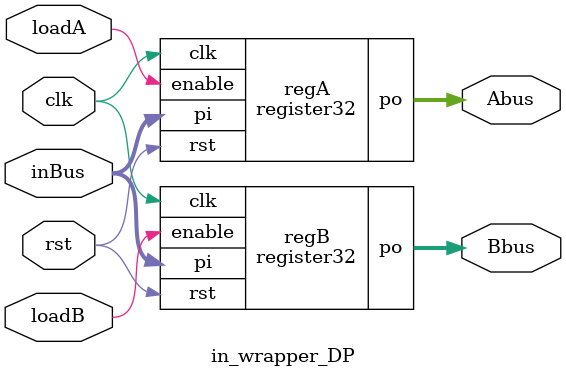
<source format=sv>
module register32 (input [31:0]pi, input clk, rst, enable, output logic[31:0] po);
	always @ (posedge clk, posedge rst)begin
	  if(rst)
	     po <= 32'd0;
	  else
	     po <= enable ? pi : po;
	end
endmodule
module in_wrapper_DP (input clk, rst, loadA, loadB, input[31:0]inBus, output logic [31:0]Abus,Bbus);
	register32 regA(inBus, clk, rst, loadA, Abus);
	register32 regB(inBus, clk, rst, loadB, Bbus);
endmodule

</source>
